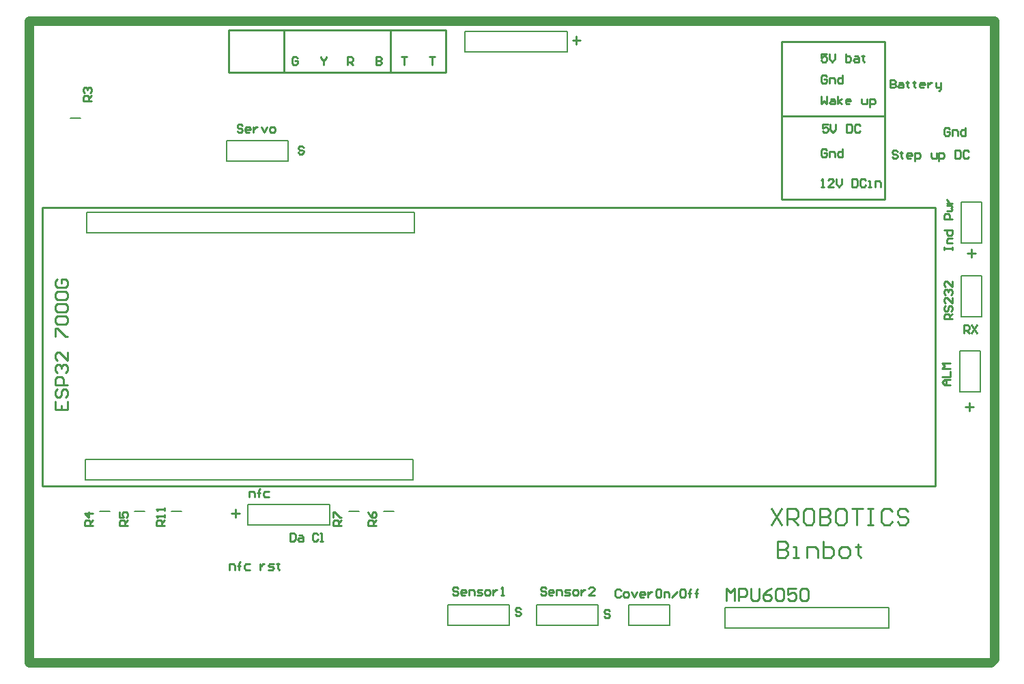
<source format=gto>
%FSTAX23Y23*%
%MOIN*%
%SFA1B1*%

%IPPOS*%
%ADD10C,0.010000*%
%ADD11C,0.007874*%
%ADD12C,0.047244*%
%LNbinbot_board_ver4-1*%
%LPD*%
G54D10*
X0174Y-0025D02*
X0201D01*
X0095Y-00045D02*
X0122D01*
X0095Y-0025D02*
Y-00045D01*
Y-0025D02*
X0122D01*
X01923Y-00045D02*
X0201D01*
X0174D02*
X01821D01*
X01923*
X0201Y-0025D02*
Y-00045D01*
X0122Y-0025D02*
Y-00045D01*
Y-0025D02*
X0174D01*
Y-00165*
Y-00045*
X0122D02*
X0174D01*
X044Y-0227D02*
Y-02225D01*
X04355Y-0227D02*
X044D01*
X0004Y-0091D02*
Y-0227D01*
X04355*
X044Y-02225D02*
Y-0091D01*
X0004D02*
X044D01*
X04135Y-00465D02*
X04155D01*
Y-001*
Y-0087D02*
Y-00465D01*
X0365Y-0087D02*
X04155D01*
X0365D02*
Y-00465D01*
Y-001*
Y-00465D02*
X04155D01*
X04075Y-001D02*
X04155D01*
X0365D02*
X04075D01*
X00281Y-0039D02*
X00242D01*
Y-0037*
X00248Y-00364*
X00261*
X00268Y-0037*
Y-0039*
Y-00377D02*
X00281Y-00364D01*
X00248Y-0035D02*
X00242Y-00344D01*
Y-00331*
X00248Y-00324*
X00255*
X00261Y-00331*
Y-00337*
Y-00331*
X00268Y-00324*
X00274*
X00281Y-00331*
Y-00344*
X00274Y-0035*
X04471Y-00527D02*
X04464Y-0052D01*
X04451*
X04445Y-00527*
Y-00553*
X04451Y-0056*
X04464*
X04471Y-00553*
Y-0054*
X04458*
X04484Y-0056D02*
Y-00533D01*
X04504*
X0451Y-0054*
Y-0056*
X04549Y-0052D02*
Y-0056D01*
X0453*
X04523Y-00553*
Y-0054*
X0453Y-00533*
X04549*
X04216Y-00639D02*
X04209Y-00632D01*
X04196*
X0419Y-00639*
Y-00645*
X04196Y-00652*
X04209*
X04216Y-00658*
Y-00665*
X04209Y-00671*
X04196*
X0419Y-00665*
X04235Y-00639D02*
Y-00645D01*
X04229*
X04242*
X04235*
Y-00665*
X04242Y-00671*
X04281D02*
X04268D01*
X04262Y-00665*
Y-00652*
X04268Y-00645*
X04281*
X04288Y-00652*
Y-00658*
X04262*
X04301Y-00685D02*
Y-00645D01*
X04321*
X04327Y-00652*
Y-00665*
X04321Y-00671*
X04301*
X0438Y-00645D02*
Y-00665D01*
X04386Y-00671*
X04406*
Y-00645*
X04419Y-00685D02*
Y-00645D01*
X04439*
X04445Y-00652*
Y-00665*
X04439Y-00671*
X04419*
X04498Y-00632D02*
Y-00671D01*
X04517*
X04524Y-00665*
Y-00639*
X04517Y-00632*
X04498*
X04563Y-00639D02*
X04557Y-00632D01*
X04544*
X04537Y-00639*
Y-00665*
X04544Y-00671*
X04557*
X04563Y-00665*
X0418Y-00287D02*
Y-00326D01*
X04199*
X04206Y-0032*
Y-00313*
X04199Y-00307*
X0418*
X04199*
X04206Y-003*
Y-00294*
X04199Y-00287*
X0418*
X04225Y-003D02*
X04239D01*
X04245Y-00307*
Y-00326*
X04225*
X04219Y-0032*
X04225Y-00313*
X04245*
X04265Y-00294D02*
Y-003D01*
X04258*
X04271*
X04265*
Y-0032*
X04271Y-00326*
X04298Y-00294D02*
Y-003D01*
X04291*
X04304*
X04298*
Y-0032*
X04304Y-00326*
X04343D02*
X0433D01*
X04324Y-0032*
Y-00307*
X0433Y-003*
X04343*
X0435Y-00307*
Y-00313*
X04324*
X04363Y-003D02*
Y-00326D01*
Y-00313*
X0437Y-00307*
X04376Y-003*
X04383*
X04403D02*
Y-0032D01*
X04409Y-00326*
X04429*
Y-00333*
X04422Y-0034*
X04416*
X04429Y-00326D02*
Y-003D01*
X0193Y-00175D02*
X01956D01*
X01943*
Y-00215*
X01795Y-00175D02*
X01821D01*
X01808*
Y-00215*
X01286Y-00182D02*
X01279Y-00175D01*
X01266*
X0126Y-00182*
Y-00208*
X01266Y-00215*
X01279*
X01286Y-00208*
Y-00195*
X01273*
X02811Y-02882D02*
X02804Y-02875D01*
X02791*
X02785Y-02882*
Y-02888*
X02791Y-02895*
X02804*
X02811Y-02901*
Y-02908*
X02804Y-02915*
X02791*
X02785Y-02908*
X02376Y-02872D02*
X02369Y-02865D01*
X02356*
X0235Y-02872*
Y-02878*
X02356Y-02885*
X02369*
X02376Y-02891*
Y-02898*
X02369Y-02905*
X02356*
X0235Y-02898*
X01316Y-00617D02*
X01309Y-0061D01*
X01296*
X0129Y-00617*
Y-00623*
X01296Y-0063*
X01309*
X01316Y-00636*
Y-00643*
X01309Y-0065*
X01296*
X0129Y-00643*
X014Y-00175D02*
Y-00182D01*
X01413Y-00195*
X01426Y-00182*
Y-00175*
X01413Y-00195D02*
Y-00215D01*
X0167Y-00175D02*
Y-00215D01*
X01689*
X01696Y-00208*
Y-00201*
X01689Y-00195*
X0167*
X01689*
X01696Y-00188*
Y-00182*
X01689Y-00175*
X0167*
X0153Y-00215D02*
Y-00175D01*
X01549*
X01556Y-00182*
Y-00195*
X01549Y-00201*
X0153*
X01543D02*
X01556Y-00215D01*
X00965Y-02405D02*
X01004D01*
X00984Y-02385D02*
Y-02425D01*
X0125Y-025D02*
Y-0254D01*
X01269*
X01276Y-02533*
Y-02507*
X01269Y-025*
X0125*
X01295Y-02513D02*
X01309D01*
X01315Y-0252*
Y-0254*
X01295*
X01289Y-02533*
X01295Y-02526*
X01315*
X01386Y-02507D02*
X01379Y-025D01*
X01366*
X0136Y-02507*
Y-02533*
X01366Y-0254*
X01379*
X01386Y-02533*
X01399Y-0254D02*
X01412D01*
X01405*
Y-025*
X01399*
X00955Y-0268D02*
Y-02653D01*
X00974*
X00981Y-0266*
Y-0268*
X01D02*
Y-02647D01*
Y-0266*
X00994*
X01007*
X01*
Y-02647*
X01007Y-0264*
X01053Y-02653D02*
X01033D01*
X01027Y-0266*
Y-02673*
X01033Y-0268*
X01053*
X01105Y-02653D02*
Y-0268D01*
Y-02666*
X01112Y-0266*
X01118Y-02653*
X01125*
X01145Y-0268D02*
X01164D01*
X01171Y-02673*
X01164Y-02666*
X01151*
X01145Y-0266*
X01151Y-02653*
X01171*
X01191Y-02647D02*
Y-02653D01*
X01184*
X01197*
X01191*
Y-02673*
X01197Y-0268*
X03871Y-00632D02*
X03864Y-00625D01*
X03851*
X03845Y-00632*
Y-00658*
X03851Y-00665*
X03864*
X03871Y-00658*
Y-00645*
X03858*
X03884Y-00665D02*
Y-00638D01*
X03904*
X0391Y-00645*
Y-00665*
X03949Y-00625D02*
Y-00665D01*
X0393*
X03923Y-00658*
Y-00645*
X0393Y-00638*
X03949*
X03845Y-0081D02*
X03858D01*
X03851*
Y-0077*
X03845Y-00777*
X03904Y-0081D02*
X03877D01*
X03904Y-00783*
Y-00777*
X03897Y-0077*
X03884*
X03877Y-00777*
X03917Y-0077D02*
Y-00796D01*
X0393Y-0081*
X03943Y-00796*
Y-0077*
X03995D02*
Y-0081D01*
X04015*
X04022Y-00803*
Y-00777*
X04015Y-0077*
X03995*
X04061Y-00777D02*
X04054Y-0077D01*
X04041*
X04035Y-00777*
Y-00803*
X04041Y-0081*
X04054*
X04061Y-00803*
X04074Y-0081D02*
X04087D01*
X04081*
Y-00783*
X04074*
X04107Y-0081D02*
Y-00783D01*
X04127*
X04133Y-0079*
Y-0081*
X03845Y-00367D02*
Y-00406D01*
X03858Y-00393*
X03871Y-00406*
Y-00367*
X0389Y-0038D02*
X03904D01*
X0391Y-00387*
Y-00406*
X0389*
X03884Y-004*
X0389Y-00393*
X0391*
X03923Y-00406D02*
Y-00367D01*
Y-00393D02*
X03943Y-0038D01*
X03923Y-00393D02*
X03943Y-00406D01*
X03982D02*
X03969D01*
X03963Y-004*
Y-00387*
X03969Y-0038*
X03982*
X03989Y-00387*
Y-00393*
X03963*
X04041Y-0038D02*
Y-004D01*
X04048Y-00406*
X04068*
Y-0038*
X04081Y-0042D02*
Y-0038D01*
X041*
X04107Y-00387*
Y-004*
X041Y-00406*
X04081*
X03871Y-00272D02*
X03864Y-00265D01*
X03851*
X03845Y-00272*
Y-00298*
X03851Y-00305*
X03864*
X03871Y-00298*
Y-00285*
X03858*
X03884Y-00305D02*
Y-00278D01*
X03904*
X0391Y-00285*
Y-00305*
X03949Y-00265D02*
Y-00305D01*
X0393*
X03923Y-00298*
Y-00285*
X0393Y-00278*
X03949*
X03871Y-0016D02*
X03845D01*
Y-0018*
X03858Y-00173*
X03864*
X03871Y-0018*
Y-00193*
X03864Y-002*
X03851*
X03845Y-00193*
X03884Y-0016D02*
Y-00186D01*
X03897Y-002*
X0391Y-00186*
Y-0016*
X03963D02*
Y-002D01*
X03982*
X03989Y-00193*
Y-00186*
Y-0018*
X03982Y-00173*
X03963*
X04008D02*
X04022D01*
X04028Y-0018*
Y-002*
X04008*
X04002Y-00193*
X04008Y-00186*
X04028*
X04048Y-00167D02*
Y-00173D01*
X04041*
X04054*
X04048*
Y-00193*
X04054Y-002*
X0263Y-00095D02*
X02669D01*
X02649Y-00075D02*
Y-00115D01*
X0454Y-01525D02*
Y-01485D01*
X04559*
X04566Y-01492*
Y-01505*
X04559Y-01511*
X0454*
X04553D02*
X04566Y-01525D01*
X04579Y-01485D02*
X04605Y-01525D01*
Y-01485D02*
X04579Y-01525D01*
X03876Y-00505D02*
X0385D01*
Y-00525*
X03863Y-00518*
X03869*
X03876Y-00525*
Y-00538*
X03869Y-00545*
X03856*
X0385Y-00538*
X03889Y-00505D02*
Y-00531D01*
X03902Y-00545*
X03915Y-00531*
Y-00505*
X03968D02*
Y-00545D01*
X03987*
X03994Y-00538*
Y-00512*
X03987Y-00505*
X03968*
X04033Y-00512D02*
X04027Y-00505D01*
X04013*
X04007Y-00512*
Y-00538*
X04013Y-00545*
X04027*
X04033Y-00538*
X036Y-02381D02*
X03652Y-0246D01*
Y-02381D02*
X036Y-0246D01*
X03678D02*
Y-02381D01*
X03718*
X03731Y-02394*
Y-0242*
X03718Y-02433*
X03678*
X03704D02*
X03731Y-0246D01*
X03796Y-02381D02*
X0377D01*
X03757Y-02394*
Y-02446*
X0377Y-0246*
X03796*
X03809Y-02446*
Y-02394*
X03796Y-02381*
X03836D02*
Y-0246D01*
X03875*
X03888Y-02446*
Y-02433*
X03875Y-0242*
X03836*
X03875*
X03888Y-02407*
Y-02394*
X03875Y-02381*
X03836*
X03954D02*
X03927D01*
X03914Y-02394*
Y-02446*
X03927Y-0246*
X03954*
X03967Y-02446*
Y-02394*
X03954Y-02381*
X03993D02*
X04046D01*
X04019*
Y-0246*
X04072Y-02381D02*
X04098D01*
X04085*
Y-0246*
X04072*
X04098*
X0419Y-02394D02*
X04177Y-02381D01*
X04151*
X04137Y-02394*
Y-02446*
X04151Y-0246*
X04177*
X0419Y-02446*
X04269Y-02394D02*
X04255Y-02381D01*
X04229*
X04216Y-02394*
Y-02407*
X04229Y-0242*
X04255*
X04269Y-02433*
Y-02446*
X04255Y-0246*
X04229*
X04216Y-02446*
X0363Y-02541D02*
Y-0262D01*
X03669*
X03682Y-02606*
Y-02593*
X03669Y-0258*
X0363*
X03669*
X03682Y-02567*
Y-02554*
X03669Y-02541*
X0363*
X03708Y-0262D02*
X03734D01*
X03721*
Y-02567*
X03708*
X03774Y-0262D02*
Y-02567D01*
X03813*
X03826Y-0258*
Y-0262*
X03853Y-02541D02*
Y-0262D01*
X03892*
X03905Y-02606*
Y-02593*
Y-0258*
X03892Y-02567*
X03853*
X03944Y-0262D02*
X03971D01*
X03984Y-02606*
Y-0258*
X03971Y-02567*
X03944*
X03931Y-0258*
Y-02606*
X03944Y-0262*
X04023Y-02554D02*
Y-02567D01*
X0401*
X04036*
X04023*
Y-02606*
X04036Y-0262*
X04556Y-01135D02*
X04596D01*
X04576Y-01115D02*
Y-01155D01*
X04546Y-01885D02*
X04586D01*
X04566Y-01865D02*
Y-01905D01*
X0338Y-02831D02*
Y-02771D01*
X034Y-02791*
X0342Y-02771*
Y-02831*
X0344D02*
Y-02771D01*
X0347*
X0348Y-02781*
Y-02801*
X0347Y-02811*
X0344*
X035Y-02771D02*
Y-02821D01*
X0351Y-02831*
X0353*
X0354Y-02821*
Y-02771*
X036D02*
X0358Y-02781D01*
X0356Y-02801*
Y-02821*
X0357Y-02831*
X0359*
X036Y-02821*
Y-02811*
X0359Y-02801*
X0356*
X0362Y-02781D02*
X0363Y-02771D01*
X0365*
X0366Y-02781*
Y-02821*
X0365Y-02831*
X0363*
X0362Y-02821*
Y-02781*
X0372Y-02771D02*
X0368D01*
Y-02801*
X037Y-02791*
X0371*
X0372Y-02801*
Y-02821*
X0371Y-02831*
X0369*
X0368Y-02821*
X0374Y-02781D02*
X0375Y-02771D01*
X0377*
X0378Y-02781*
Y-02821*
X0377Y-02831*
X0375*
X0374Y-02821*
Y-02781*
X01019Y-00511D02*
X01012Y-00505D01*
X00999*
X00993Y-00511*
Y-00518*
X00999Y-00525*
X01012*
X01019Y-00531*
Y-00538*
X01012Y-00544*
X00999*
X00993Y-00538*
X01052Y-00544D02*
X01039D01*
X01032Y-00538*
Y-00525*
X01039Y-00518*
X01052*
X01058Y-00525*
Y-00531*
X01032*
X01071Y-00518D02*
Y-00544D01*
Y-00531*
X01078Y-00525*
X01085Y-00518*
X01091*
X01111D02*
X01124Y-00544D01*
X01137Y-00518*
X01157Y-00544D02*
X0117D01*
X01176Y-00538*
Y-00525*
X0117Y-00518*
X01157*
X0115Y-00525*
Y-00538*
X01157Y-00544*
X02866Y-02781D02*
X02859Y-02775D01*
X02846*
X02839Y-02781*
Y-02808*
X02846Y-02814*
X02859*
X02866Y-02808*
X02885Y-02814D02*
X02898D01*
X02905Y-02808*
Y-02795*
X02898Y-02788*
X02885*
X02879Y-02795*
Y-02808*
X02885Y-02814*
X02918Y-02788D02*
X02931Y-02814D01*
X02944Y-02788*
X02977Y-02814D02*
X02964D01*
X02958Y-02808*
Y-02795*
X02964Y-02788*
X02977*
X02984Y-02795*
Y-02801*
X02958*
X02997Y-02788D02*
Y-02814D01*
Y-02801*
X03003Y-02795*
X0301Y-02788*
X03017*
X03056Y-02775D02*
X03043D01*
X03036Y-02781*
Y-02808*
X03043Y-02814*
X03056*
X03062Y-02808*
Y-02781*
X03056Y-02775*
X03076Y-02814D02*
Y-02788D01*
X03095*
X03102Y-02795*
Y-02814*
X03115D02*
X03141Y-02788D01*
X03174Y-02775D02*
X03161D01*
X03154Y-02781*
Y-02808*
X03161Y-02814*
X03174*
X03181Y-02808*
Y-02781*
X03174Y-02775*
X032Y-02814D02*
Y-02781D01*
Y-02795*
X03194*
X03207*
X032*
Y-02781*
X03207Y-02775*
X03233Y-02814D02*
Y-02781D01*
Y-02795*
X03226*
X0324*
X03233*
Y-02781*
X0324Y-02775*
X025Y-02771D02*
X02493Y-02765D01*
X0248*
X02473Y-02771*
Y-02778*
X0248Y-02785*
X02493*
X025Y-02791*
Y-02798*
X02493Y-02804*
X0248*
X02473Y-02798*
X02532Y-02804D02*
X02519D01*
X02513Y-02798*
Y-02785*
X02519Y-02778*
X02532*
X02539Y-02785*
Y-02791*
X02513*
X02552Y-02804D02*
Y-02778D01*
X02572*
X02578Y-02785*
Y-02804*
X02591D02*
X02611D01*
X02618Y-02798*
X02611Y-02791*
X02598*
X02591Y-02785*
X02598Y-02778*
X02618*
X02637Y-02804D02*
X0265D01*
X02657Y-02798*
Y-02785*
X0265Y-02778*
X02637*
X02631Y-02785*
Y-02798*
X02637Y-02804*
X0267Y-02778D02*
Y-02804D01*
Y-02791*
X02677Y-02785*
X02683Y-02778*
X0269*
X02736Y-02804D02*
X02709D01*
X02736Y-02778*
Y-02771*
X02729Y-02765*
X02716*
X02709Y-02771*
X02071D02*
X02065Y-02765D01*
X02051*
X02045Y-02771*
Y-02778*
X02051Y-02785*
X02065*
X02071Y-02791*
Y-02798*
X02065Y-02804*
X02051*
X02045Y-02798*
X02104Y-02804D02*
X02091D01*
X02084Y-02798*
Y-02785*
X02091Y-02778*
X02104*
X0211Y-02785*
Y-02791*
X02084*
X02124Y-02804D02*
Y-02778D01*
X02143*
X0215Y-02785*
Y-02804*
X02163D02*
X02183D01*
X02189Y-02798*
X02183Y-02791*
X0217*
X02163Y-02785*
X0217Y-02778*
X02189*
X02209Y-02804D02*
X02222D01*
X02229Y-02798*
Y-02785*
X02222Y-02778*
X02209*
X02202Y-02785*
Y-02798*
X02209Y-02804*
X02242Y-02778D02*
Y-02804D01*
Y-02791*
X02248Y-02785*
X02255Y-02778*
X02261*
X02281Y-02804D02*
X02294D01*
X02288*
Y-02765*
X02281Y-02771*
X0105Y-02326D02*
Y-02299D01*
X0107*
X01077Y-02306*
Y-02326*
X01096D02*
Y-02293D01*
Y-02306*
X0109*
X01103*
X01096*
Y-02293*
X01103Y-02286*
X01149Y-02299D02*
X01129D01*
X01122Y-02306*
Y-02319*
X01129Y-02326*
X01149*
X00636Y-02465D02*
X00597D01*
Y-02445*
X00604Y-02438*
X00617*
X00623Y-02445*
Y-02465*
Y-02451D02*
X00636Y-02438D01*
Y-02425D02*
Y-02412D01*
Y-02419*
X00597*
X00604Y-02425*
X00636Y-02392D02*
Y-02379D01*
Y-02386*
X00597*
X00604Y-02392*
X04474Y-01777D02*
X04448D01*
X04435Y-01764*
X04448Y-01751*
X04474*
X04455*
Y-01777*
X04435Y-01738D02*
X04474D01*
Y-01711*
Y-01698D02*
X04435D01*
X04448Y-01685*
X04435Y-01672*
X04474*
X04484Y-01456D02*
X04445D01*
Y-01437*
X04451Y-0143*
X04465*
X04471Y-01437*
Y-01456*
Y-01443D02*
X04484Y-0143D01*
X04451Y-01391D02*
X04445Y-01397D01*
Y-0141*
X04451Y-01417*
X04458*
X04465Y-0141*
Y-01397*
X04471Y-01391*
X04478*
X04484Y-01397*
Y-0141*
X04478Y-01417*
X04484Y-01351D02*
Y-01378D01*
X04458Y-01351*
X04451*
X04445Y-01358*
Y-01371*
X04451Y-01378*
Y-01338D02*
X04445Y-01332D01*
Y-01319*
X04451Y-01312*
X04458*
X04465Y-01319*
Y-01325*
Y-01319*
X04471Y-01312*
X04478*
X04484Y-01319*
Y-01332*
X04478Y-01338*
X04484Y-01273D02*
Y-01299D01*
X04458Y-01273*
X04451*
X04445Y-01279*
Y-01292*
X04451Y-01299*
X04445Y-01119D02*
Y-01106D01*
Y-01113*
X04484*
Y-01119*
Y-01106*
Y-01086D02*
X04458D01*
Y-01067*
X04465Y-0106*
X04484*
X04445Y-01021D02*
X04484D01*
Y-0104*
X04478Y-01047*
X04465*
X04458Y-0104*
Y-01021*
X04484Y-00968D02*
X04445D01*
Y-00949*
X04451Y-00942*
X04465*
X04471Y-00949*
Y-00968*
X04458Y-00929D02*
X04478D01*
X04484Y-00922*
X04478Y-00916*
X04484Y-00909*
X04478Y-00903*
X04458*
Y-0089D02*
X04484D01*
X04471*
X04465Y-00883*
X04458Y-00876*
Y-0087*
X01501Y-02465D02*
X01462D01*
Y-02445*
X01469Y-02438*
X01482*
X01488Y-02445*
Y-02465*
Y-02451D02*
X01501Y-02438D01*
X01462Y-02425D02*
Y-02399D01*
X01469*
X01495Y-02425*
X01501*
X01671Y-02465D02*
X01632D01*
Y-02445*
X01639Y-02438*
X01652*
X01658Y-02445*
Y-02465*
Y-02451D02*
X01671Y-02438D01*
X01632Y-02399D02*
X01639Y-02412D01*
X01652Y-02425*
X01665*
X01671Y-02419*
Y-02405*
X01665Y-02399*
X01658*
X01652Y-02405*
Y-02425*
X00456Y-02465D02*
X00417D01*
Y-02445*
X00424Y-02438*
X00437*
X00443Y-02445*
Y-02465*
Y-02451D02*
X00456Y-02438D01*
X00417Y-02399D02*
Y-02425D01*
X00437*
X0043Y-02412*
Y-02405*
X00437Y-02399*
X0045*
X00456Y-02405*
Y-02419*
X0045Y-02425*
X00286Y-02465D02*
X00247D01*
Y-02445*
X00254Y-02438*
X00267*
X00273Y-02445*
Y-02465*
Y-02451D02*
X00286Y-02438D01*
Y-02405D02*
X00247D01*
X00267Y-02425*
Y-02399*
X00105Y-01859D02*
Y-01899D01*
X00164*
Y-01859*
X00135Y-01899D02*
Y-01879D01*
X00115Y-01799D02*
X00105Y-01809D01*
Y-01829*
X00115Y-01839*
X00125*
X00135Y-01829*
Y-01809*
X00144Y-01799*
X00154*
X00164Y-01809*
Y-01829*
X00154Y-01839*
X00164Y-01779D02*
X00105D01*
Y-01749*
X00115Y-01739*
X00135*
X00144Y-01749*
Y-01779*
X00115Y-01719D02*
X00105Y-01709D01*
Y-01689*
X00115Y-01679*
X00125*
X00135Y-01689*
Y-01699*
Y-01689*
X00144Y-01679*
X00154*
X00164Y-01689*
Y-01709*
X00154Y-01719*
X00164Y-01619D02*
Y-01659D01*
X00125Y-01619*
X00115*
X00105Y-01629*
Y-01649*
X00115Y-01659*
X00105Y-0154D02*
Y-015D01*
X00115*
X00154Y-0154*
X00164*
X00115Y-0148D02*
X00105Y-0147D01*
Y-0145*
X00115Y-0144*
X00154*
X00164Y-0145*
Y-0147*
X00154Y-0148*
X00115*
Y-0142D02*
X00105Y-0141D01*
Y-0139*
X00115Y-0138*
X00154*
X00164Y-0139*
Y-0141*
X00154Y-0142*
X00115*
Y-0136D02*
X00105Y-0135D01*
Y-0133*
X00115Y-0132*
X00154*
X00164Y-0133*
Y-0135*
X00154Y-0136*
X00115*
Y-0126D02*
X00105Y-0127D01*
Y-0129*
X00115Y-013*
X00154*
X00164Y-0129*
Y-0127*
X00154Y-0126*
X00135*
Y-0128*
G54D11*
X01856Y-01035D02*
Y-00935D01*
X00331D02*
X01856D01*
X00256D02*
X00331D01*
X00256Y-01035D02*
Y-00935D01*
Y-01035D02*
X01856D01*
X04175Y-02965D02*
Y-02865D01*
X03375Y-02965D02*
X04175D01*
X03375D02*
Y-02865D01*
X04175*
X0094Y-00685D02*
X0124D01*
Y-00585*
X0094D02*
X0124D01*
X0094Y-00685D02*
Y-00585D01*
X02905Y-0285D02*
X03105D01*
X02905Y-0295D02*
Y-0285D01*
Y-0295D02*
X03105D01*
Y-0285*
X02455Y-0295D02*
X02755D01*
Y-0285*
X02455D02*
X02755D01*
X02455Y-0295D02*
Y-0285D01*
X0202Y-0295D02*
X0232D01*
Y-0285*
X0202D02*
X0232D01*
X0202Y-0295D02*
Y-0285D01*
X01045Y-0246D02*
Y-0236D01*
X01445*
X01045Y-0246D02*
X01445D01*
Y-0236*
X02605Y-0015D02*
Y-0005D01*
X02105Y-0015D02*
X02605D01*
X02105Y-0005D02*
X02605D01*
X02105Y-0015D02*
Y-0005D01*
X01851Y-0224D02*
Y-0214D01*
X00326D02*
X01851D01*
X00251D02*
X00326D01*
X00251Y-0224D02*
Y-0214D01*
Y-0224D02*
X01851D01*
X00671Y-02395D02*
X00722D01*
X04526Y-00885D02*
X04626D01*
Y-01085D02*
Y-00885D01*
X04526Y-01085D02*
X04626D01*
X04526D02*
Y-00885D01*
Y-01245D02*
X04626D01*
Y-01445D02*
Y-01245D01*
X04526Y-01445D02*
X04626D01*
X04526D02*
Y-01245D01*
X04521Y-0161D02*
X04621D01*
Y-0181D02*
Y-0161D01*
X04521Y-0181D02*
X04621D01*
X04521D02*
Y-0161D01*
X01536Y-02395D02*
X01587D01*
X01706D02*
X01757D01*
X00491D02*
X00542D01*
X00321D02*
X00372D01*
X00176Y-00475D02*
X00227D01*
G54D12*
X04673Y-03135D02*
X04691Y-03117D01*
Y-00002*
X-00018Y-03135D02*
X04673D01*
X-00023Y0D02*
X04683D01*
X-00023Y-03135D02*
Y0D01*
M02*
</source>
